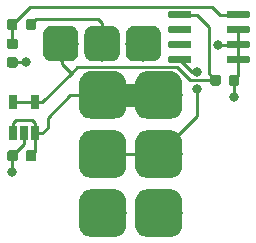
<source format=gbr>
G04 #@! TF.GenerationSoftware,KiCad,Pcbnew,5.1.4*
G04 #@! TF.CreationDate,2020-01-07T12:57:50-05:00*
G04 #@! TF.ProjectId,siot-node-current-clamp,73696f74-2d6e-46f6-9465-2d6375727265,rev?*
G04 #@! TF.SameCoordinates,Original*
G04 #@! TF.FileFunction,Copper,L1,Top*
G04 #@! TF.FilePolarity,Positive*
%FSLAX46Y46*%
G04 Gerber Fmt 4.6, Leading zero omitted, Abs format (unit mm)*
G04 Created by KiCad (PCBNEW 5.1.4) date 2020-01-07 12:57:50*
%MOMM*%
%LPD*%
G04 APERTURE LIST*
%ADD10C,0.100000*%
%ADD11C,0.875000*%
%ADD12C,3.000000*%
%ADD13R,0.650000X1.220000*%
%ADD14C,4.000000*%
%ADD15C,0.600000*%
%ADD16C,0.800000*%
%ADD17C,0.250000*%
%ADD18C,1.905000*%
G04 APERTURE END LIST*
D10*
G36*
X108607691Y-55518553D02*
G01*
X108628926Y-55521703D01*
X108649750Y-55526919D01*
X108669962Y-55534151D01*
X108689368Y-55543330D01*
X108707781Y-55554366D01*
X108725024Y-55567154D01*
X108740930Y-55581570D01*
X108755346Y-55597476D01*
X108768134Y-55614719D01*
X108779170Y-55633132D01*
X108788349Y-55652538D01*
X108795581Y-55672750D01*
X108800797Y-55693574D01*
X108803947Y-55714809D01*
X108805000Y-55736250D01*
X108805000Y-56173750D01*
X108803947Y-56195191D01*
X108800797Y-56216426D01*
X108795581Y-56237250D01*
X108788349Y-56257462D01*
X108779170Y-56276868D01*
X108768134Y-56295281D01*
X108755346Y-56312524D01*
X108740930Y-56328430D01*
X108725024Y-56342846D01*
X108707781Y-56355634D01*
X108689368Y-56366670D01*
X108669962Y-56375849D01*
X108649750Y-56383081D01*
X108628926Y-56388297D01*
X108607691Y-56391447D01*
X108586250Y-56392500D01*
X108073750Y-56392500D01*
X108052309Y-56391447D01*
X108031074Y-56388297D01*
X108010250Y-56383081D01*
X107990038Y-56375849D01*
X107970632Y-56366670D01*
X107952219Y-56355634D01*
X107934976Y-56342846D01*
X107919070Y-56328430D01*
X107904654Y-56312524D01*
X107891866Y-56295281D01*
X107880830Y-56276868D01*
X107871651Y-56257462D01*
X107864419Y-56237250D01*
X107859203Y-56216426D01*
X107856053Y-56195191D01*
X107855000Y-56173750D01*
X107855000Y-55736250D01*
X107856053Y-55714809D01*
X107859203Y-55693574D01*
X107864419Y-55672750D01*
X107871651Y-55652538D01*
X107880830Y-55633132D01*
X107891866Y-55614719D01*
X107904654Y-55597476D01*
X107919070Y-55581570D01*
X107934976Y-55567154D01*
X107952219Y-55554366D01*
X107970632Y-55543330D01*
X107990038Y-55534151D01*
X108010250Y-55526919D01*
X108031074Y-55521703D01*
X108052309Y-55518553D01*
X108073750Y-55517500D01*
X108586250Y-55517500D01*
X108607691Y-55518553D01*
X108607691Y-55518553D01*
G37*
D11*
X108330000Y-55955000D03*
D10*
G36*
X108607691Y-53943553D02*
G01*
X108628926Y-53946703D01*
X108649750Y-53951919D01*
X108669962Y-53959151D01*
X108689368Y-53968330D01*
X108707781Y-53979366D01*
X108725024Y-53992154D01*
X108740930Y-54006570D01*
X108755346Y-54022476D01*
X108768134Y-54039719D01*
X108779170Y-54058132D01*
X108788349Y-54077538D01*
X108795581Y-54097750D01*
X108800797Y-54118574D01*
X108803947Y-54139809D01*
X108805000Y-54161250D01*
X108805000Y-54598750D01*
X108803947Y-54620191D01*
X108800797Y-54641426D01*
X108795581Y-54662250D01*
X108788349Y-54682462D01*
X108779170Y-54701868D01*
X108768134Y-54720281D01*
X108755346Y-54737524D01*
X108740930Y-54753430D01*
X108725024Y-54767846D01*
X108707781Y-54780634D01*
X108689368Y-54791670D01*
X108669962Y-54800849D01*
X108649750Y-54808081D01*
X108628926Y-54813297D01*
X108607691Y-54816447D01*
X108586250Y-54817500D01*
X108073750Y-54817500D01*
X108052309Y-54816447D01*
X108031074Y-54813297D01*
X108010250Y-54808081D01*
X107990038Y-54800849D01*
X107970632Y-54791670D01*
X107952219Y-54780634D01*
X107934976Y-54767846D01*
X107919070Y-54753430D01*
X107904654Y-54737524D01*
X107891866Y-54720281D01*
X107880830Y-54701868D01*
X107871651Y-54682462D01*
X107864419Y-54662250D01*
X107859203Y-54641426D01*
X107856053Y-54620191D01*
X107855000Y-54598750D01*
X107855000Y-54161250D01*
X107856053Y-54139809D01*
X107859203Y-54118574D01*
X107864419Y-54097750D01*
X107871651Y-54077538D01*
X107880830Y-54058132D01*
X107891866Y-54039719D01*
X107904654Y-54022476D01*
X107919070Y-54006570D01*
X107934976Y-53992154D01*
X107952219Y-53979366D01*
X107970632Y-53968330D01*
X107990038Y-53959151D01*
X108010250Y-53951919D01*
X108031074Y-53946703D01*
X108052309Y-53943553D01*
X108073750Y-53942500D01*
X108586250Y-53942500D01*
X108607691Y-53943553D01*
X108607691Y-53943553D01*
G37*
D11*
X108330000Y-54380000D03*
D10*
G36*
X110145191Y-52281053D02*
G01*
X110166426Y-52284203D01*
X110187250Y-52289419D01*
X110207462Y-52296651D01*
X110226868Y-52305830D01*
X110245281Y-52316866D01*
X110262524Y-52329654D01*
X110278430Y-52344070D01*
X110292846Y-52359976D01*
X110305634Y-52377219D01*
X110316670Y-52395632D01*
X110325849Y-52415038D01*
X110333081Y-52435250D01*
X110338297Y-52456074D01*
X110341447Y-52477309D01*
X110342500Y-52498750D01*
X110342500Y-53011250D01*
X110341447Y-53032691D01*
X110338297Y-53053926D01*
X110333081Y-53074750D01*
X110325849Y-53094962D01*
X110316670Y-53114368D01*
X110305634Y-53132781D01*
X110292846Y-53150024D01*
X110278430Y-53165930D01*
X110262524Y-53180346D01*
X110245281Y-53193134D01*
X110226868Y-53204170D01*
X110207462Y-53213349D01*
X110187250Y-53220581D01*
X110166426Y-53225797D01*
X110145191Y-53228947D01*
X110123750Y-53230000D01*
X109686250Y-53230000D01*
X109664809Y-53228947D01*
X109643574Y-53225797D01*
X109622750Y-53220581D01*
X109602538Y-53213349D01*
X109583132Y-53204170D01*
X109564719Y-53193134D01*
X109547476Y-53180346D01*
X109531570Y-53165930D01*
X109517154Y-53150024D01*
X109504366Y-53132781D01*
X109493330Y-53114368D01*
X109484151Y-53094962D01*
X109476919Y-53074750D01*
X109471703Y-53053926D01*
X109468553Y-53032691D01*
X109467500Y-53011250D01*
X109467500Y-52498750D01*
X109468553Y-52477309D01*
X109471703Y-52456074D01*
X109476919Y-52435250D01*
X109484151Y-52415038D01*
X109493330Y-52395632D01*
X109504366Y-52377219D01*
X109517154Y-52359976D01*
X109531570Y-52344070D01*
X109547476Y-52329654D01*
X109564719Y-52316866D01*
X109583132Y-52305830D01*
X109602538Y-52296651D01*
X109622750Y-52289419D01*
X109643574Y-52284203D01*
X109664809Y-52281053D01*
X109686250Y-52280000D01*
X110123750Y-52280000D01*
X110145191Y-52281053D01*
X110145191Y-52281053D01*
G37*
D11*
X109905000Y-52755000D03*
D10*
G36*
X108570191Y-52281053D02*
G01*
X108591426Y-52284203D01*
X108612250Y-52289419D01*
X108632462Y-52296651D01*
X108651868Y-52305830D01*
X108670281Y-52316866D01*
X108687524Y-52329654D01*
X108703430Y-52344070D01*
X108717846Y-52359976D01*
X108730634Y-52377219D01*
X108741670Y-52395632D01*
X108750849Y-52415038D01*
X108758081Y-52435250D01*
X108763297Y-52456074D01*
X108766447Y-52477309D01*
X108767500Y-52498750D01*
X108767500Y-53011250D01*
X108766447Y-53032691D01*
X108763297Y-53053926D01*
X108758081Y-53074750D01*
X108750849Y-53094962D01*
X108741670Y-53114368D01*
X108730634Y-53132781D01*
X108717846Y-53150024D01*
X108703430Y-53165930D01*
X108687524Y-53180346D01*
X108670281Y-53193134D01*
X108651868Y-53204170D01*
X108632462Y-53213349D01*
X108612250Y-53220581D01*
X108591426Y-53225797D01*
X108570191Y-53228947D01*
X108548750Y-53230000D01*
X108111250Y-53230000D01*
X108089809Y-53228947D01*
X108068574Y-53225797D01*
X108047750Y-53220581D01*
X108027538Y-53213349D01*
X108008132Y-53204170D01*
X107989719Y-53193134D01*
X107972476Y-53180346D01*
X107956570Y-53165930D01*
X107942154Y-53150024D01*
X107929366Y-53132781D01*
X107918330Y-53114368D01*
X107909151Y-53094962D01*
X107901919Y-53074750D01*
X107896703Y-53053926D01*
X107893553Y-53032691D01*
X107892500Y-53011250D01*
X107892500Y-52498750D01*
X107893553Y-52477309D01*
X107896703Y-52456074D01*
X107901919Y-52435250D01*
X107909151Y-52415038D01*
X107918330Y-52395632D01*
X107929366Y-52377219D01*
X107942154Y-52359976D01*
X107956570Y-52344070D01*
X107972476Y-52329654D01*
X107989719Y-52316866D01*
X108008132Y-52305830D01*
X108027538Y-52296651D01*
X108047750Y-52289419D01*
X108068574Y-52284203D01*
X108089809Y-52281053D01*
X108111250Y-52280000D01*
X108548750Y-52280000D01*
X108570191Y-52281053D01*
X108570191Y-52281053D01*
G37*
D11*
X108330000Y-52755000D03*
D10*
G36*
X120253513Y-52858611D02*
G01*
X120326318Y-52869411D01*
X120397714Y-52887295D01*
X120467013Y-52912090D01*
X120533548Y-52943559D01*
X120596678Y-52981398D01*
X120655795Y-53025242D01*
X120710330Y-53074670D01*
X120759758Y-53129205D01*
X120803602Y-53188322D01*
X120841441Y-53251452D01*
X120872910Y-53317987D01*
X120897705Y-53387286D01*
X120915589Y-53458682D01*
X120926389Y-53531487D01*
X120930000Y-53605000D01*
X120930000Y-55105000D01*
X120926389Y-55178513D01*
X120915589Y-55251318D01*
X120897705Y-55322714D01*
X120872910Y-55392013D01*
X120841441Y-55458548D01*
X120803602Y-55521678D01*
X120759758Y-55580795D01*
X120710330Y-55635330D01*
X120655795Y-55684758D01*
X120596678Y-55728602D01*
X120533548Y-55766441D01*
X120467013Y-55797910D01*
X120397714Y-55822705D01*
X120326318Y-55840589D01*
X120253513Y-55851389D01*
X120180000Y-55855000D01*
X118680000Y-55855000D01*
X118606487Y-55851389D01*
X118533682Y-55840589D01*
X118462286Y-55822705D01*
X118392987Y-55797910D01*
X118326452Y-55766441D01*
X118263322Y-55728602D01*
X118204205Y-55684758D01*
X118149670Y-55635330D01*
X118100242Y-55580795D01*
X118056398Y-55521678D01*
X118018559Y-55458548D01*
X117987090Y-55392013D01*
X117962295Y-55322714D01*
X117944411Y-55251318D01*
X117933611Y-55178513D01*
X117930000Y-55105000D01*
X117930000Y-53605000D01*
X117933611Y-53531487D01*
X117944411Y-53458682D01*
X117962295Y-53387286D01*
X117987090Y-53317987D01*
X118018559Y-53251452D01*
X118056398Y-53188322D01*
X118100242Y-53129205D01*
X118149670Y-53074670D01*
X118204205Y-53025242D01*
X118263322Y-52981398D01*
X118326452Y-52943559D01*
X118392987Y-52912090D01*
X118462286Y-52887295D01*
X118533682Y-52869411D01*
X118606487Y-52858611D01*
X118680000Y-52855000D01*
X120180000Y-52855000D01*
X120253513Y-52858611D01*
X120253513Y-52858611D01*
G37*
D12*
X119430000Y-54355000D03*
D10*
G36*
X116753513Y-52858611D02*
G01*
X116826318Y-52869411D01*
X116897714Y-52887295D01*
X116967013Y-52912090D01*
X117033548Y-52943559D01*
X117096678Y-52981398D01*
X117155795Y-53025242D01*
X117210330Y-53074670D01*
X117259758Y-53129205D01*
X117303602Y-53188322D01*
X117341441Y-53251452D01*
X117372910Y-53317987D01*
X117397705Y-53387286D01*
X117415589Y-53458682D01*
X117426389Y-53531487D01*
X117430000Y-53605000D01*
X117430000Y-55105000D01*
X117426389Y-55178513D01*
X117415589Y-55251318D01*
X117397705Y-55322714D01*
X117372910Y-55392013D01*
X117341441Y-55458548D01*
X117303602Y-55521678D01*
X117259758Y-55580795D01*
X117210330Y-55635330D01*
X117155795Y-55684758D01*
X117096678Y-55728602D01*
X117033548Y-55766441D01*
X116967013Y-55797910D01*
X116897714Y-55822705D01*
X116826318Y-55840589D01*
X116753513Y-55851389D01*
X116680000Y-55855000D01*
X115180000Y-55855000D01*
X115106487Y-55851389D01*
X115033682Y-55840589D01*
X114962286Y-55822705D01*
X114892987Y-55797910D01*
X114826452Y-55766441D01*
X114763322Y-55728602D01*
X114704205Y-55684758D01*
X114649670Y-55635330D01*
X114600242Y-55580795D01*
X114556398Y-55521678D01*
X114518559Y-55458548D01*
X114487090Y-55392013D01*
X114462295Y-55322714D01*
X114444411Y-55251318D01*
X114433611Y-55178513D01*
X114430000Y-55105000D01*
X114430000Y-53605000D01*
X114433611Y-53531487D01*
X114444411Y-53458682D01*
X114462295Y-53387286D01*
X114487090Y-53317987D01*
X114518559Y-53251452D01*
X114556398Y-53188322D01*
X114600242Y-53129205D01*
X114649670Y-53074670D01*
X114704205Y-53025242D01*
X114763322Y-52981398D01*
X114826452Y-52943559D01*
X114892987Y-52912090D01*
X114962286Y-52887295D01*
X115033682Y-52869411D01*
X115106487Y-52858611D01*
X115180000Y-52855000D01*
X116680000Y-52855000D01*
X116753513Y-52858611D01*
X116753513Y-52858611D01*
G37*
D12*
X115930000Y-54355000D03*
D10*
G36*
X113253513Y-52858611D02*
G01*
X113326318Y-52869411D01*
X113397714Y-52887295D01*
X113467013Y-52912090D01*
X113533548Y-52943559D01*
X113596678Y-52981398D01*
X113655795Y-53025242D01*
X113710330Y-53074670D01*
X113759758Y-53129205D01*
X113803602Y-53188322D01*
X113841441Y-53251452D01*
X113872910Y-53317987D01*
X113897705Y-53387286D01*
X113915589Y-53458682D01*
X113926389Y-53531487D01*
X113930000Y-53605000D01*
X113930000Y-55105000D01*
X113926389Y-55178513D01*
X113915589Y-55251318D01*
X113897705Y-55322714D01*
X113872910Y-55392013D01*
X113841441Y-55458548D01*
X113803602Y-55521678D01*
X113759758Y-55580795D01*
X113710330Y-55635330D01*
X113655795Y-55684758D01*
X113596678Y-55728602D01*
X113533548Y-55766441D01*
X113467013Y-55797910D01*
X113397714Y-55822705D01*
X113326318Y-55840589D01*
X113253513Y-55851389D01*
X113180000Y-55855000D01*
X111680000Y-55855000D01*
X111606487Y-55851389D01*
X111533682Y-55840589D01*
X111462286Y-55822705D01*
X111392987Y-55797910D01*
X111326452Y-55766441D01*
X111263322Y-55728602D01*
X111204205Y-55684758D01*
X111149670Y-55635330D01*
X111100242Y-55580795D01*
X111056398Y-55521678D01*
X111018559Y-55458548D01*
X110987090Y-55392013D01*
X110962295Y-55322714D01*
X110944411Y-55251318D01*
X110933611Y-55178513D01*
X110930000Y-55105000D01*
X110930000Y-53605000D01*
X110933611Y-53531487D01*
X110944411Y-53458682D01*
X110962295Y-53387286D01*
X110987090Y-53317987D01*
X111018559Y-53251452D01*
X111056398Y-53188322D01*
X111100242Y-53129205D01*
X111149670Y-53074670D01*
X111204205Y-53025242D01*
X111263322Y-52981398D01*
X111326452Y-52943559D01*
X111392987Y-52912090D01*
X111462286Y-52887295D01*
X111533682Y-52869411D01*
X111606487Y-52858611D01*
X111680000Y-52855000D01*
X113180000Y-52855000D01*
X113253513Y-52858611D01*
X113253513Y-52858611D01*
G37*
D12*
X112430000Y-54355000D03*
D13*
X108380000Y-59345000D03*
X110280000Y-59345000D03*
X110280000Y-61965000D03*
X109330000Y-61965000D03*
X108380000Y-61965000D03*
D10*
G36*
X121828017Y-66709815D02*
G01*
X121925090Y-66724215D01*
X122020285Y-66748060D01*
X122112683Y-66781120D01*
X122201397Y-66823079D01*
X122285570Y-66873530D01*
X122364393Y-66931990D01*
X122437107Y-66997893D01*
X122503010Y-67070607D01*
X122561470Y-67149430D01*
X122611921Y-67233603D01*
X122653880Y-67322317D01*
X122686940Y-67414715D01*
X122710785Y-67509910D01*
X122725185Y-67606983D01*
X122730000Y-67705000D01*
X122730000Y-69705000D01*
X122725185Y-69803017D01*
X122710785Y-69900090D01*
X122686940Y-69995285D01*
X122653880Y-70087683D01*
X122611921Y-70176397D01*
X122561470Y-70260570D01*
X122503010Y-70339393D01*
X122437107Y-70412107D01*
X122364393Y-70478010D01*
X122285570Y-70536470D01*
X122201397Y-70586921D01*
X122112683Y-70628880D01*
X122020285Y-70661940D01*
X121925090Y-70685785D01*
X121828017Y-70700185D01*
X121730000Y-70705000D01*
X119730000Y-70705000D01*
X119631983Y-70700185D01*
X119534910Y-70685785D01*
X119439715Y-70661940D01*
X119347317Y-70628880D01*
X119258603Y-70586921D01*
X119174430Y-70536470D01*
X119095607Y-70478010D01*
X119022893Y-70412107D01*
X118956990Y-70339393D01*
X118898530Y-70260570D01*
X118848079Y-70176397D01*
X118806120Y-70087683D01*
X118773060Y-69995285D01*
X118749215Y-69900090D01*
X118734815Y-69803017D01*
X118730000Y-69705000D01*
X118730000Y-67705000D01*
X118734815Y-67606983D01*
X118749215Y-67509910D01*
X118773060Y-67414715D01*
X118806120Y-67322317D01*
X118848079Y-67233603D01*
X118898530Y-67149430D01*
X118956990Y-67070607D01*
X119022893Y-66997893D01*
X119095607Y-66931990D01*
X119174430Y-66873530D01*
X119258603Y-66823079D01*
X119347317Y-66781120D01*
X119439715Y-66748060D01*
X119534910Y-66724215D01*
X119631983Y-66709815D01*
X119730000Y-66705000D01*
X121730000Y-66705000D01*
X121828017Y-66709815D01*
X121828017Y-66709815D01*
G37*
D14*
X120730000Y-68705000D03*
D10*
G36*
X121828017Y-61709815D02*
G01*
X121925090Y-61724215D01*
X122020285Y-61748060D01*
X122112683Y-61781120D01*
X122201397Y-61823079D01*
X122285570Y-61873530D01*
X122364393Y-61931990D01*
X122437107Y-61997893D01*
X122503010Y-62070607D01*
X122561470Y-62149430D01*
X122611921Y-62233603D01*
X122653880Y-62322317D01*
X122686940Y-62414715D01*
X122710785Y-62509910D01*
X122725185Y-62606983D01*
X122730000Y-62705000D01*
X122730000Y-64705000D01*
X122725185Y-64803017D01*
X122710785Y-64900090D01*
X122686940Y-64995285D01*
X122653880Y-65087683D01*
X122611921Y-65176397D01*
X122561470Y-65260570D01*
X122503010Y-65339393D01*
X122437107Y-65412107D01*
X122364393Y-65478010D01*
X122285570Y-65536470D01*
X122201397Y-65586921D01*
X122112683Y-65628880D01*
X122020285Y-65661940D01*
X121925090Y-65685785D01*
X121828017Y-65700185D01*
X121730000Y-65705000D01*
X119730000Y-65705000D01*
X119631983Y-65700185D01*
X119534910Y-65685785D01*
X119439715Y-65661940D01*
X119347317Y-65628880D01*
X119258603Y-65586921D01*
X119174430Y-65536470D01*
X119095607Y-65478010D01*
X119022893Y-65412107D01*
X118956990Y-65339393D01*
X118898530Y-65260570D01*
X118848079Y-65176397D01*
X118806120Y-65087683D01*
X118773060Y-64995285D01*
X118749215Y-64900090D01*
X118734815Y-64803017D01*
X118730000Y-64705000D01*
X118730000Y-62705000D01*
X118734815Y-62606983D01*
X118749215Y-62509910D01*
X118773060Y-62414715D01*
X118806120Y-62322317D01*
X118848079Y-62233603D01*
X118898530Y-62149430D01*
X118956990Y-62070607D01*
X119022893Y-61997893D01*
X119095607Y-61931990D01*
X119174430Y-61873530D01*
X119258603Y-61823079D01*
X119347317Y-61781120D01*
X119439715Y-61748060D01*
X119534910Y-61724215D01*
X119631983Y-61709815D01*
X119730000Y-61705000D01*
X121730000Y-61705000D01*
X121828017Y-61709815D01*
X121828017Y-61709815D01*
G37*
D14*
X120730000Y-63705000D03*
D10*
G36*
X121828017Y-56709815D02*
G01*
X121925090Y-56724215D01*
X122020285Y-56748060D01*
X122112683Y-56781120D01*
X122201397Y-56823079D01*
X122285570Y-56873530D01*
X122364393Y-56931990D01*
X122437107Y-56997893D01*
X122503010Y-57070607D01*
X122561470Y-57149430D01*
X122611921Y-57233603D01*
X122653880Y-57322317D01*
X122686940Y-57414715D01*
X122710785Y-57509910D01*
X122725185Y-57606983D01*
X122730000Y-57705000D01*
X122730000Y-59705000D01*
X122725185Y-59803017D01*
X122710785Y-59900090D01*
X122686940Y-59995285D01*
X122653880Y-60087683D01*
X122611921Y-60176397D01*
X122561470Y-60260570D01*
X122503010Y-60339393D01*
X122437107Y-60412107D01*
X122364393Y-60478010D01*
X122285570Y-60536470D01*
X122201397Y-60586921D01*
X122112683Y-60628880D01*
X122020285Y-60661940D01*
X121925090Y-60685785D01*
X121828017Y-60700185D01*
X121730000Y-60705000D01*
X119730000Y-60705000D01*
X119631983Y-60700185D01*
X119534910Y-60685785D01*
X119439715Y-60661940D01*
X119347317Y-60628880D01*
X119258603Y-60586921D01*
X119174430Y-60536470D01*
X119095607Y-60478010D01*
X119022893Y-60412107D01*
X118956990Y-60339393D01*
X118898530Y-60260570D01*
X118848079Y-60176397D01*
X118806120Y-60087683D01*
X118773060Y-59995285D01*
X118749215Y-59900090D01*
X118734815Y-59803017D01*
X118730000Y-59705000D01*
X118730000Y-57705000D01*
X118734815Y-57606983D01*
X118749215Y-57509910D01*
X118773060Y-57414715D01*
X118806120Y-57322317D01*
X118848079Y-57233603D01*
X118898530Y-57149430D01*
X118956990Y-57070607D01*
X119022893Y-56997893D01*
X119095607Y-56931990D01*
X119174430Y-56873530D01*
X119258603Y-56823079D01*
X119347317Y-56781120D01*
X119439715Y-56748060D01*
X119534910Y-56724215D01*
X119631983Y-56709815D01*
X119730000Y-56705000D01*
X121730000Y-56705000D01*
X121828017Y-56709815D01*
X121828017Y-56709815D01*
G37*
D14*
X120730000Y-58705000D03*
D10*
G36*
X117078017Y-66709815D02*
G01*
X117175090Y-66724215D01*
X117270285Y-66748060D01*
X117362683Y-66781120D01*
X117451397Y-66823079D01*
X117535570Y-66873530D01*
X117614393Y-66931990D01*
X117687107Y-66997893D01*
X117753010Y-67070607D01*
X117811470Y-67149430D01*
X117861921Y-67233603D01*
X117903880Y-67322317D01*
X117936940Y-67414715D01*
X117960785Y-67509910D01*
X117975185Y-67606983D01*
X117980000Y-67705000D01*
X117980000Y-69705000D01*
X117975185Y-69803017D01*
X117960785Y-69900090D01*
X117936940Y-69995285D01*
X117903880Y-70087683D01*
X117861921Y-70176397D01*
X117811470Y-70260570D01*
X117753010Y-70339393D01*
X117687107Y-70412107D01*
X117614393Y-70478010D01*
X117535570Y-70536470D01*
X117451397Y-70586921D01*
X117362683Y-70628880D01*
X117270285Y-70661940D01*
X117175090Y-70685785D01*
X117078017Y-70700185D01*
X116980000Y-70705000D01*
X114980000Y-70705000D01*
X114881983Y-70700185D01*
X114784910Y-70685785D01*
X114689715Y-70661940D01*
X114597317Y-70628880D01*
X114508603Y-70586921D01*
X114424430Y-70536470D01*
X114345607Y-70478010D01*
X114272893Y-70412107D01*
X114206990Y-70339393D01*
X114148530Y-70260570D01*
X114098079Y-70176397D01*
X114056120Y-70087683D01*
X114023060Y-69995285D01*
X113999215Y-69900090D01*
X113984815Y-69803017D01*
X113980000Y-69705000D01*
X113980000Y-67705000D01*
X113984815Y-67606983D01*
X113999215Y-67509910D01*
X114023060Y-67414715D01*
X114056120Y-67322317D01*
X114098079Y-67233603D01*
X114148530Y-67149430D01*
X114206990Y-67070607D01*
X114272893Y-66997893D01*
X114345607Y-66931990D01*
X114424430Y-66873530D01*
X114508603Y-66823079D01*
X114597317Y-66781120D01*
X114689715Y-66748060D01*
X114784910Y-66724215D01*
X114881983Y-66709815D01*
X114980000Y-66705000D01*
X116980000Y-66705000D01*
X117078017Y-66709815D01*
X117078017Y-66709815D01*
G37*
D14*
X115980000Y-68705000D03*
D10*
G36*
X117078017Y-61709815D02*
G01*
X117175090Y-61724215D01*
X117270285Y-61748060D01*
X117362683Y-61781120D01*
X117451397Y-61823079D01*
X117535570Y-61873530D01*
X117614393Y-61931990D01*
X117687107Y-61997893D01*
X117753010Y-62070607D01*
X117811470Y-62149430D01*
X117861921Y-62233603D01*
X117903880Y-62322317D01*
X117936940Y-62414715D01*
X117960785Y-62509910D01*
X117975185Y-62606983D01*
X117980000Y-62705000D01*
X117980000Y-64705000D01*
X117975185Y-64803017D01*
X117960785Y-64900090D01*
X117936940Y-64995285D01*
X117903880Y-65087683D01*
X117861921Y-65176397D01*
X117811470Y-65260570D01*
X117753010Y-65339393D01*
X117687107Y-65412107D01*
X117614393Y-65478010D01*
X117535570Y-65536470D01*
X117451397Y-65586921D01*
X117362683Y-65628880D01*
X117270285Y-65661940D01*
X117175090Y-65685785D01*
X117078017Y-65700185D01*
X116980000Y-65705000D01*
X114980000Y-65705000D01*
X114881983Y-65700185D01*
X114784910Y-65685785D01*
X114689715Y-65661940D01*
X114597317Y-65628880D01*
X114508603Y-65586921D01*
X114424430Y-65536470D01*
X114345607Y-65478010D01*
X114272893Y-65412107D01*
X114206990Y-65339393D01*
X114148530Y-65260570D01*
X114098079Y-65176397D01*
X114056120Y-65087683D01*
X114023060Y-64995285D01*
X113999215Y-64900090D01*
X113984815Y-64803017D01*
X113980000Y-64705000D01*
X113980000Y-62705000D01*
X113984815Y-62606983D01*
X113999215Y-62509910D01*
X114023060Y-62414715D01*
X114056120Y-62322317D01*
X114098079Y-62233603D01*
X114148530Y-62149430D01*
X114206990Y-62070607D01*
X114272893Y-61997893D01*
X114345607Y-61931990D01*
X114424430Y-61873530D01*
X114508603Y-61823079D01*
X114597317Y-61781120D01*
X114689715Y-61748060D01*
X114784910Y-61724215D01*
X114881983Y-61709815D01*
X114980000Y-61705000D01*
X116980000Y-61705000D01*
X117078017Y-61709815D01*
X117078017Y-61709815D01*
G37*
D14*
X115980000Y-63705000D03*
D10*
G36*
X117078017Y-56709815D02*
G01*
X117175090Y-56724215D01*
X117270285Y-56748060D01*
X117362683Y-56781120D01*
X117451397Y-56823079D01*
X117535570Y-56873530D01*
X117614393Y-56931990D01*
X117687107Y-56997893D01*
X117753010Y-57070607D01*
X117811470Y-57149430D01*
X117861921Y-57233603D01*
X117903880Y-57322317D01*
X117936940Y-57414715D01*
X117960785Y-57509910D01*
X117975185Y-57606983D01*
X117980000Y-57705000D01*
X117980000Y-59705000D01*
X117975185Y-59803017D01*
X117960785Y-59900090D01*
X117936940Y-59995285D01*
X117903880Y-60087683D01*
X117861921Y-60176397D01*
X117811470Y-60260570D01*
X117753010Y-60339393D01*
X117687107Y-60412107D01*
X117614393Y-60478010D01*
X117535570Y-60536470D01*
X117451397Y-60586921D01*
X117362683Y-60628880D01*
X117270285Y-60661940D01*
X117175090Y-60685785D01*
X117078017Y-60700185D01*
X116980000Y-60705000D01*
X114980000Y-60705000D01*
X114881983Y-60700185D01*
X114784910Y-60685785D01*
X114689715Y-60661940D01*
X114597317Y-60628880D01*
X114508603Y-60586921D01*
X114424430Y-60536470D01*
X114345607Y-60478010D01*
X114272893Y-60412107D01*
X114206990Y-60339393D01*
X114148530Y-60260570D01*
X114098079Y-60176397D01*
X114056120Y-60087683D01*
X114023060Y-59995285D01*
X113999215Y-59900090D01*
X113984815Y-59803017D01*
X113980000Y-59705000D01*
X113980000Y-57705000D01*
X113984815Y-57606983D01*
X113999215Y-57509910D01*
X114023060Y-57414715D01*
X114056120Y-57322317D01*
X114098079Y-57233603D01*
X114148530Y-57149430D01*
X114206990Y-57070607D01*
X114272893Y-56997893D01*
X114345607Y-56931990D01*
X114424430Y-56873530D01*
X114508603Y-56823079D01*
X114597317Y-56781120D01*
X114689715Y-56748060D01*
X114784910Y-56724215D01*
X114881983Y-56709815D01*
X114980000Y-56705000D01*
X116980000Y-56705000D01*
X117078017Y-56709815D01*
X117078017Y-56709815D01*
G37*
D14*
X115980000Y-58705000D03*
D10*
G36*
X123344703Y-55410722D02*
G01*
X123359264Y-55412882D01*
X123373543Y-55416459D01*
X123387403Y-55421418D01*
X123400710Y-55427712D01*
X123413336Y-55435280D01*
X123425159Y-55444048D01*
X123436066Y-55453934D01*
X123445952Y-55464841D01*
X123454720Y-55476664D01*
X123462288Y-55489290D01*
X123468582Y-55502597D01*
X123473541Y-55516457D01*
X123477118Y-55530736D01*
X123479278Y-55545297D01*
X123480000Y-55560000D01*
X123480000Y-55860000D01*
X123479278Y-55874703D01*
X123477118Y-55889264D01*
X123473541Y-55903543D01*
X123468582Y-55917403D01*
X123462288Y-55930710D01*
X123454720Y-55943336D01*
X123445952Y-55955159D01*
X123436066Y-55966066D01*
X123425159Y-55975952D01*
X123413336Y-55984720D01*
X123400710Y-55992288D01*
X123387403Y-55998582D01*
X123373543Y-56003541D01*
X123359264Y-56007118D01*
X123344703Y-56009278D01*
X123330000Y-56010000D01*
X121680000Y-56010000D01*
X121665297Y-56009278D01*
X121650736Y-56007118D01*
X121636457Y-56003541D01*
X121622597Y-55998582D01*
X121609290Y-55992288D01*
X121596664Y-55984720D01*
X121584841Y-55975952D01*
X121573934Y-55966066D01*
X121564048Y-55955159D01*
X121555280Y-55943336D01*
X121547712Y-55930710D01*
X121541418Y-55917403D01*
X121536459Y-55903543D01*
X121532882Y-55889264D01*
X121530722Y-55874703D01*
X121530000Y-55860000D01*
X121530000Y-55560000D01*
X121530722Y-55545297D01*
X121532882Y-55530736D01*
X121536459Y-55516457D01*
X121541418Y-55502597D01*
X121547712Y-55489290D01*
X121555280Y-55476664D01*
X121564048Y-55464841D01*
X121573934Y-55453934D01*
X121584841Y-55444048D01*
X121596664Y-55435280D01*
X121609290Y-55427712D01*
X121622597Y-55421418D01*
X121636457Y-55416459D01*
X121650736Y-55412882D01*
X121665297Y-55410722D01*
X121680000Y-55410000D01*
X123330000Y-55410000D01*
X123344703Y-55410722D01*
X123344703Y-55410722D01*
G37*
D15*
X122505000Y-55710000D03*
D10*
G36*
X123344703Y-54140722D02*
G01*
X123359264Y-54142882D01*
X123373543Y-54146459D01*
X123387403Y-54151418D01*
X123400710Y-54157712D01*
X123413336Y-54165280D01*
X123425159Y-54174048D01*
X123436066Y-54183934D01*
X123445952Y-54194841D01*
X123454720Y-54206664D01*
X123462288Y-54219290D01*
X123468582Y-54232597D01*
X123473541Y-54246457D01*
X123477118Y-54260736D01*
X123479278Y-54275297D01*
X123480000Y-54290000D01*
X123480000Y-54590000D01*
X123479278Y-54604703D01*
X123477118Y-54619264D01*
X123473541Y-54633543D01*
X123468582Y-54647403D01*
X123462288Y-54660710D01*
X123454720Y-54673336D01*
X123445952Y-54685159D01*
X123436066Y-54696066D01*
X123425159Y-54705952D01*
X123413336Y-54714720D01*
X123400710Y-54722288D01*
X123387403Y-54728582D01*
X123373543Y-54733541D01*
X123359264Y-54737118D01*
X123344703Y-54739278D01*
X123330000Y-54740000D01*
X121680000Y-54740000D01*
X121665297Y-54739278D01*
X121650736Y-54737118D01*
X121636457Y-54733541D01*
X121622597Y-54728582D01*
X121609290Y-54722288D01*
X121596664Y-54714720D01*
X121584841Y-54705952D01*
X121573934Y-54696066D01*
X121564048Y-54685159D01*
X121555280Y-54673336D01*
X121547712Y-54660710D01*
X121541418Y-54647403D01*
X121536459Y-54633543D01*
X121532882Y-54619264D01*
X121530722Y-54604703D01*
X121530000Y-54590000D01*
X121530000Y-54290000D01*
X121530722Y-54275297D01*
X121532882Y-54260736D01*
X121536459Y-54246457D01*
X121541418Y-54232597D01*
X121547712Y-54219290D01*
X121555280Y-54206664D01*
X121564048Y-54194841D01*
X121573934Y-54183934D01*
X121584841Y-54174048D01*
X121596664Y-54165280D01*
X121609290Y-54157712D01*
X121622597Y-54151418D01*
X121636457Y-54146459D01*
X121650736Y-54142882D01*
X121665297Y-54140722D01*
X121680000Y-54140000D01*
X123330000Y-54140000D01*
X123344703Y-54140722D01*
X123344703Y-54140722D01*
G37*
D15*
X122505000Y-54440000D03*
D10*
G36*
X123344703Y-52870722D02*
G01*
X123359264Y-52872882D01*
X123373543Y-52876459D01*
X123387403Y-52881418D01*
X123400710Y-52887712D01*
X123413336Y-52895280D01*
X123425159Y-52904048D01*
X123436066Y-52913934D01*
X123445952Y-52924841D01*
X123454720Y-52936664D01*
X123462288Y-52949290D01*
X123468582Y-52962597D01*
X123473541Y-52976457D01*
X123477118Y-52990736D01*
X123479278Y-53005297D01*
X123480000Y-53020000D01*
X123480000Y-53320000D01*
X123479278Y-53334703D01*
X123477118Y-53349264D01*
X123473541Y-53363543D01*
X123468582Y-53377403D01*
X123462288Y-53390710D01*
X123454720Y-53403336D01*
X123445952Y-53415159D01*
X123436066Y-53426066D01*
X123425159Y-53435952D01*
X123413336Y-53444720D01*
X123400710Y-53452288D01*
X123387403Y-53458582D01*
X123373543Y-53463541D01*
X123359264Y-53467118D01*
X123344703Y-53469278D01*
X123330000Y-53470000D01*
X121680000Y-53470000D01*
X121665297Y-53469278D01*
X121650736Y-53467118D01*
X121636457Y-53463541D01*
X121622597Y-53458582D01*
X121609290Y-53452288D01*
X121596664Y-53444720D01*
X121584841Y-53435952D01*
X121573934Y-53426066D01*
X121564048Y-53415159D01*
X121555280Y-53403336D01*
X121547712Y-53390710D01*
X121541418Y-53377403D01*
X121536459Y-53363543D01*
X121532882Y-53349264D01*
X121530722Y-53334703D01*
X121530000Y-53320000D01*
X121530000Y-53020000D01*
X121530722Y-53005297D01*
X121532882Y-52990736D01*
X121536459Y-52976457D01*
X121541418Y-52962597D01*
X121547712Y-52949290D01*
X121555280Y-52936664D01*
X121564048Y-52924841D01*
X121573934Y-52913934D01*
X121584841Y-52904048D01*
X121596664Y-52895280D01*
X121609290Y-52887712D01*
X121622597Y-52881418D01*
X121636457Y-52876459D01*
X121650736Y-52872882D01*
X121665297Y-52870722D01*
X121680000Y-52870000D01*
X123330000Y-52870000D01*
X123344703Y-52870722D01*
X123344703Y-52870722D01*
G37*
D15*
X122505000Y-53170000D03*
D10*
G36*
X123344703Y-51600722D02*
G01*
X123359264Y-51602882D01*
X123373543Y-51606459D01*
X123387403Y-51611418D01*
X123400710Y-51617712D01*
X123413336Y-51625280D01*
X123425159Y-51634048D01*
X123436066Y-51643934D01*
X123445952Y-51654841D01*
X123454720Y-51666664D01*
X123462288Y-51679290D01*
X123468582Y-51692597D01*
X123473541Y-51706457D01*
X123477118Y-51720736D01*
X123479278Y-51735297D01*
X123480000Y-51750000D01*
X123480000Y-52050000D01*
X123479278Y-52064703D01*
X123477118Y-52079264D01*
X123473541Y-52093543D01*
X123468582Y-52107403D01*
X123462288Y-52120710D01*
X123454720Y-52133336D01*
X123445952Y-52145159D01*
X123436066Y-52156066D01*
X123425159Y-52165952D01*
X123413336Y-52174720D01*
X123400710Y-52182288D01*
X123387403Y-52188582D01*
X123373543Y-52193541D01*
X123359264Y-52197118D01*
X123344703Y-52199278D01*
X123330000Y-52200000D01*
X121680000Y-52200000D01*
X121665297Y-52199278D01*
X121650736Y-52197118D01*
X121636457Y-52193541D01*
X121622597Y-52188582D01*
X121609290Y-52182288D01*
X121596664Y-52174720D01*
X121584841Y-52165952D01*
X121573934Y-52156066D01*
X121564048Y-52145159D01*
X121555280Y-52133336D01*
X121547712Y-52120710D01*
X121541418Y-52107403D01*
X121536459Y-52093543D01*
X121532882Y-52079264D01*
X121530722Y-52064703D01*
X121530000Y-52050000D01*
X121530000Y-51750000D01*
X121530722Y-51735297D01*
X121532882Y-51720736D01*
X121536459Y-51706457D01*
X121541418Y-51692597D01*
X121547712Y-51679290D01*
X121555280Y-51666664D01*
X121564048Y-51654841D01*
X121573934Y-51643934D01*
X121584841Y-51634048D01*
X121596664Y-51625280D01*
X121609290Y-51617712D01*
X121622597Y-51611418D01*
X121636457Y-51606459D01*
X121650736Y-51602882D01*
X121665297Y-51600722D01*
X121680000Y-51600000D01*
X123330000Y-51600000D01*
X123344703Y-51600722D01*
X123344703Y-51600722D01*
G37*
D15*
X122505000Y-51900000D03*
D10*
G36*
X128294703Y-51600722D02*
G01*
X128309264Y-51602882D01*
X128323543Y-51606459D01*
X128337403Y-51611418D01*
X128350710Y-51617712D01*
X128363336Y-51625280D01*
X128375159Y-51634048D01*
X128386066Y-51643934D01*
X128395952Y-51654841D01*
X128404720Y-51666664D01*
X128412288Y-51679290D01*
X128418582Y-51692597D01*
X128423541Y-51706457D01*
X128427118Y-51720736D01*
X128429278Y-51735297D01*
X128430000Y-51750000D01*
X128430000Y-52050000D01*
X128429278Y-52064703D01*
X128427118Y-52079264D01*
X128423541Y-52093543D01*
X128418582Y-52107403D01*
X128412288Y-52120710D01*
X128404720Y-52133336D01*
X128395952Y-52145159D01*
X128386066Y-52156066D01*
X128375159Y-52165952D01*
X128363336Y-52174720D01*
X128350710Y-52182288D01*
X128337403Y-52188582D01*
X128323543Y-52193541D01*
X128309264Y-52197118D01*
X128294703Y-52199278D01*
X128280000Y-52200000D01*
X126630000Y-52200000D01*
X126615297Y-52199278D01*
X126600736Y-52197118D01*
X126586457Y-52193541D01*
X126572597Y-52188582D01*
X126559290Y-52182288D01*
X126546664Y-52174720D01*
X126534841Y-52165952D01*
X126523934Y-52156066D01*
X126514048Y-52145159D01*
X126505280Y-52133336D01*
X126497712Y-52120710D01*
X126491418Y-52107403D01*
X126486459Y-52093543D01*
X126482882Y-52079264D01*
X126480722Y-52064703D01*
X126480000Y-52050000D01*
X126480000Y-51750000D01*
X126480722Y-51735297D01*
X126482882Y-51720736D01*
X126486459Y-51706457D01*
X126491418Y-51692597D01*
X126497712Y-51679290D01*
X126505280Y-51666664D01*
X126514048Y-51654841D01*
X126523934Y-51643934D01*
X126534841Y-51634048D01*
X126546664Y-51625280D01*
X126559290Y-51617712D01*
X126572597Y-51611418D01*
X126586457Y-51606459D01*
X126600736Y-51602882D01*
X126615297Y-51600722D01*
X126630000Y-51600000D01*
X128280000Y-51600000D01*
X128294703Y-51600722D01*
X128294703Y-51600722D01*
G37*
D15*
X127455000Y-51900000D03*
D10*
G36*
X128294703Y-52870722D02*
G01*
X128309264Y-52872882D01*
X128323543Y-52876459D01*
X128337403Y-52881418D01*
X128350710Y-52887712D01*
X128363336Y-52895280D01*
X128375159Y-52904048D01*
X128386066Y-52913934D01*
X128395952Y-52924841D01*
X128404720Y-52936664D01*
X128412288Y-52949290D01*
X128418582Y-52962597D01*
X128423541Y-52976457D01*
X128427118Y-52990736D01*
X128429278Y-53005297D01*
X128430000Y-53020000D01*
X128430000Y-53320000D01*
X128429278Y-53334703D01*
X128427118Y-53349264D01*
X128423541Y-53363543D01*
X128418582Y-53377403D01*
X128412288Y-53390710D01*
X128404720Y-53403336D01*
X128395952Y-53415159D01*
X128386066Y-53426066D01*
X128375159Y-53435952D01*
X128363336Y-53444720D01*
X128350710Y-53452288D01*
X128337403Y-53458582D01*
X128323543Y-53463541D01*
X128309264Y-53467118D01*
X128294703Y-53469278D01*
X128280000Y-53470000D01*
X126630000Y-53470000D01*
X126615297Y-53469278D01*
X126600736Y-53467118D01*
X126586457Y-53463541D01*
X126572597Y-53458582D01*
X126559290Y-53452288D01*
X126546664Y-53444720D01*
X126534841Y-53435952D01*
X126523934Y-53426066D01*
X126514048Y-53415159D01*
X126505280Y-53403336D01*
X126497712Y-53390710D01*
X126491418Y-53377403D01*
X126486459Y-53363543D01*
X126482882Y-53349264D01*
X126480722Y-53334703D01*
X126480000Y-53320000D01*
X126480000Y-53020000D01*
X126480722Y-53005297D01*
X126482882Y-52990736D01*
X126486459Y-52976457D01*
X126491418Y-52962597D01*
X126497712Y-52949290D01*
X126505280Y-52936664D01*
X126514048Y-52924841D01*
X126523934Y-52913934D01*
X126534841Y-52904048D01*
X126546664Y-52895280D01*
X126559290Y-52887712D01*
X126572597Y-52881418D01*
X126586457Y-52876459D01*
X126600736Y-52872882D01*
X126615297Y-52870722D01*
X126630000Y-52870000D01*
X128280000Y-52870000D01*
X128294703Y-52870722D01*
X128294703Y-52870722D01*
G37*
D15*
X127455000Y-53170000D03*
D10*
G36*
X128294703Y-54140722D02*
G01*
X128309264Y-54142882D01*
X128323543Y-54146459D01*
X128337403Y-54151418D01*
X128350710Y-54157712D01*
X128363336Y-54165280D01*
X128375159Y-54174048D01*
X128386066Y-54183934D01*
X128395952Y-54194841D01*
X128404720Y-54206664D01*
X128412288Y-54219290D01*
X128418582Y-54232597D01*
X128423541Y-54246457D01*
X128427118Y-54260736D01*
X128429278Y-54275297D01*
X128430000Y-54290000D01*
X128430000Y-54590000D01*
X128429278Y-54604703D01*
X128427118Y-54619264D01*
X128423541Y-54633543D01*
X128418582Y-54647403D01*
X128412288Y-54660710D01*
X128404720Y-54673336D01*
X128395952Y-54685159D01*
X128386066Y-54696066D01*
X128375159Y-54705952D01*
X128363336Y-54714720D01*
X128350710Y-54722288D01*
X128337403Y-54728582D01*
X128323543Y-54733541D01*
X128309264Y-54737118D01*
X128294703Y-54739278D01*
X128280000Y-54740000D01*
X126630000Y-54740000D01*
X126615297Y-54739278D01*
X126600736Y-54737118D01*
X126586457Y-54733541D01*
X126572597Y-54728582D01*
X126559290Y-54722288D01*
X126546664Y-54714720D01*
X126534841Y-54705952D01*
X126523934Y-54696066D01*
X126514048Y-54685159D01*
X126505280Y-54673336D01*
X126497712Y-54660710D01*
X126491418Y-54647403D01*
X126486459Y-54633543D01*
X126482882Y-54619264D01*
X126480722Y-54604703D01*
X126480000Y-54590000D01*
X126480000Y-54290000D01*
X126480722Y-54275297D01*
X126482882Y-54260736D01*
X126486459Y-54246457D01*
X126491418Y-54232597D01*
X126497712Y-54219290D01*
X126505280Y-54206664D01*
X126514048Y-54194841D01*
X126523934Y-54183934D01*
X126534841Y-54174048D01*
X126546664Y-54165280D01*
X126559290Y-54157712D01*
X126572597Y-54151418D01*
X126586457Y-54146459D01*
X126600736Y-54142882D01*
X126615297Y-54140722D01*
X126630000Y-54140000D01*
X128280000Y-54140000D01*
X128294703Y-54140722D01*
X128294703Y-54140722D01*
G37*
D15*
X127455000Y-54440000D03*
D10*
G36*
X128294703Y-55410722D02*
G01*
X128309264Y-55412882D01*
X128323543Y-55416459D01*
X128337403Y-55421418D01*
X128350710Y-55427712D01*
X128363336Y-55435280D01*
X128375159Y-55444048D01*
X128386066Y-55453934D01*
X128395952Y-55464841D01*
X128404720Y-55476664D01*
X128412288Y-55489290D01*
X128418582Y-55502597D01*
X128423541Y-55516457D01*
X128427118Y-55530736D01*
X128429278Y-55545297D01*
X128430000Y-55560000D01*
X128430000Y-55860000D01*
X128429278Y-55874703D01*
X128427118Y-55889264D01*
X128423541Y-55903543D01*
X128418582Y-55917403D01*
X128412288Y-55930710D01*
X128404720Y-55943336D01*
X128395952Y-55955159D01*
X128386066Y-55966066D01*
X128375159Y-55975952D01*
X128363336Y-55984720D01*
X128350710Y-55992288D01*
X128337403Y-55998582D01*
X128323543Y-56003541D01*
X128309264Y-56007118D01*
X128294703Y-56009278D01*
X128280000Y-56010000D01*
X126630000Y-56010000D01*
X126615297Y-56009278D01*
X126600736Y-56007118D01*
X126586457Y-56003541D01*
X126572597Y-55998582D01*
X126559290Y-55992288D01*
X126546664Y-55984720D01*
X126534841Y-55975952D01*
X126523934Y-55966066D01*
X126514048Y-55955159D01*
X126505280Y-55943336D01*
X126497712Y-55930710D01*
X126491418Y-55917403D01*
X126486459Y-55903543D01*
X126482882Y-55889264D01*
X126480722Y-55874703D01*
X126480000Y-55860000D01*
X126480000Y-55560000D01*
X126480722Y-55545297D01*
X126482882Y-55530736D01*
X126486459Y-55516457D01*
X126491418Y-55502597D01*
X126497712Y-55489290D01*
X126505280Y-55476664D01*
X126514048Y-55464841D01*
X126523934Y-55453934D01*
X126534841Y-55444048D01*
X126546664Y-55435280D01*
X126559290Y-55427712D01*
X126572597Y-55421418D01*
X126586457Y-55416459D01*
X126600736Y-55412882D01*
X126615297Y-55410722D01*
X126630000Y-55410000D01*
X128280000Y-55410000D01*
X128294703Y-55410722D01*
X128294703Y-55410722D01*
G37*
D15*
X127455000Y-55710000D03*
D10*
G36*
X127357691Y-56981053D02*
G01*
X127378926Y-56984203D01*
X127399750Y-56989419D01*
X127419962Y-56996651D01*
X127439368Y-57005830D01*
X127457781Y-57016866D01*
X127475024Y-57029654D01*
X127490930Y-57044070D01*
X127505346Y-57059976D01*
X127518134Y-57077219D01*
X127529170Y-57095632D01*
X127538349Y-57115038D01*
X127545581Y-57135250D01*
X127550797Y-57156074D01*
X127553947Y-57177309D01*
X127555000Y-57198750D01*
X127555000Y-57711250D01*
X127553947Y-57732691D01*
X127550797Y-57753926D01*
X127545581Y-57774750D01*
X127538349Y-57794962D01*
X127529170Y-57814368D01*
X127518134Y-57832781D01*
X127505346Y-57850024D01*
X127490930Y-57865930D01*
X127475024Y-57880346D01*
X127457781Y-57893134D01*
X127439368Y-57904170D01*
X127419962Y-57913349D01*
X127399750Y-57920581D01*
X127378926Y-57925797D01*
X127357691Y-57928947D01*
X127336250Y-57930000D01*
X126898750Y-57930000D01*
X126877309Y-57928947D01*
X126856074Y-57925797D01*
X126835250Y-57920581D01*
X126815038Y-57913349D01*
X126795632Y-57904170D01*
X126777219Y-57893134D01*
X126759976Y-57880346D01*
X126744070Y-57865930D01*
X126729654Y-57850024D01*
X126716866Y-57832781D01*
X126705830Y-57814368D01*
X126696651Y-57794962D01*
X126689419Y-57774750D01*
X126684203Y-57753926D01*
X126681053Y-57732691D01*
X126680000Y-57711250D01*
X126680000Y-57198750D01*
X126681053Y-57177309D01*
X126684203Y-57156074D01*
X126689419Y-57135250D01*
X126696651Y-57115038D01*
X126705830Y-57095632D01*
X126716866Y-57077219D01*
X126729654Y-57059976D01*
X126744070Y-57044070D01*
X126759976Y-57029654D01*
X126777219Y-57016866D01*
X126795632Y-57005830D01*
X126815038Y-56996651D01*
X126835250Y-56989419D01*
X126856074Y-56984203D01*
X126877309Y-56981053D01*
X126898750Y-56980000D01*
X127336250Y-56980000D01*
X127357691Y-56981053D01*
X127357691Y-56981053D01*
G37*
D11*
X127117500Y-57455000D03*
D10*
G36*
X125782691Y-56981053D02*
G01*
X125803926Y-56984203D01*
X125824750Y-56989419D01*
X125844962Y-56996651D01*
X125864368Y-57005830D01*
X125882781Y-57016866D01*
X125900024Y-57029654D01*
X125915930Y-57044070D01*
X125930346Y-57059976D01*
X125943134Y-57077219D01*
X125954170Y-57095632D01*
X125963349Y-57115038D01*
X125970581Y-57135250D01*
X125975797Y-57156074D01*
X125978947Y-57177309D01*
X125980000Y-57198750D01*
X125980000Y-57711250D01*
X125978947Y-57732691D01*
X125975797Y-57753926D01*
X125970581Y-57774750D01*
X125963349Y-57794962D01*
X125954170Y-57814368D01*
X125943134Y-57832781D01*
X125930346Y-57850024D01*
X125915930Y-57865930D01*
X125900024Y-57880346D01*
X125882781Y-57893134D01*
X125864368Y-57904170D01*
X125844962Y-57913349D01*
X125824750Y-57920581D01*
X125803926Y-57925797D01*
X125782691Y-57928947D01*
X125761250Y-57930000D01*
X125323750Y-57930000D01*
X125302309Y-57928947D01*
X125281074Y-57925797D01*
X125260250Y-57920581D01*
X125240038Y-57913349D01*
X125220632Y-57904170D01*
X125202219Y-57893134D01*
X125184976Y-57880346D01*
X125169070Y-57865930D01*
X125154654Y-57850024D01*
X125141866Y-57832781D01*
X125130830Y-57814368D01*
X125121651Y-57794962D01*
X125114419Y-57774750D01*
X125109203Y-57753926D01*
X125106053Y-57732691D01*
X125105000Y-57711250D01*
X125105000Y-57198750D01*
X125106053Y-57177309D01*
X125109203Y-57156074D01*
X125114419Y-57135250D01*
X125121651Y-57115038D01*
X125130830Y-57095632D01*
X125141866Y-57077219D01*
X125154654Y-57059976D01*
X125169070Y-57044070D01*
X125184976Y-57029654D01*
X125202219Y-57016866D01*
X125220632Y-57005830D01*
X125240038Y-56996651D01*
X125260250Y-56989419D01*
X125281074Y-56984203D01*
X125302309Y-56981053D01*
X125323750Y-56980000D01*
X125761250Y-56980000D01*
X125782691Y-56981053D01*
X125782691Y-56981053D01*
G37*
D11*
X125542500Y-57455000D03*
D10*
G36*
X108582691Y-63381053D02*
G01*
X108603926Y-63384203D01*
X108624750Y-63389419D01*
X108644962Y-63396651D01*
X108664368Y-63405830D01*
X108682781Y-63416866D01*
X108700024Y-63429654D01*
X108715930Y-63444070D01*
X108730346Y-63459976D01*
X108743134Y-63477219D01*
X108754170Y-63495632D01*
X108763349Y-63515038D01*
X108770581Y-63535250D01*
X108775797Y-63556074D01*
X108778947Y-63577309D01*
X108780000Y-63598750D01*
X108780000Y-64111250D01*
X108778947Y-64132691D01*
X108775797Y-64153926D01*
X108770581Y-64174750D01*
X108763349Y-64194962D01*
X108754170Y-64214368D01*
X108743134Y-64232781D01*
X108730346Y-64250024D01*
X108715930Y-64265930D01*
X108700024Y-64280346D01*
X108682781Y-64293134D01*
X108664368Y-64304170D01*
X108644962Y-64313349D01*
X108624750Y-64320581D01*
X108603926Y-64325797D01*
X108582691Y-64328947D01*
X108561250Y-64330000D01*
X108123750Y-64330000D01*
X108102309Y-64328947D01*
X108081074Y-64325797D01*
X108060250Y-64320581D01*
X108040038Y-64313349D01*
X108020632Y-64304170D01*
X108002219Y-64293134D01*
X107984976Y-64280346D01*
X107969070Y-64265930D01*
X107954654Y-64250024D01*
X107941866Y-64232781D01*
X107930830Y-64214368D01*
X107921651Y-64194962D01*
X107914419Y-64174750D01*
X107909203Y-64153926D01*
X107906053Y-64132691D01*
X107905000Y-64111250D01*
X107905000Y-63598750D01*
X107906053Y-63577309D01*
X107909203Y-63556074D01*
X107914419Y-63535250D01*
X107921651Y-63515038D01*
X107930830Y-63495632D01*
X107941866Y-63477219D01*
X107954654Y-63459976D01*
X107969070Y-63444070D01*
X107984976Y-63429654D01*
X108002219Y-63416866D01*
X108020632Y-63405830D01*
X108040038Y-63396651D01*
X108060250Y-63389419D01*
X108081074Y-63384203D01*
X108102309Y-63381053D01*
X108123750Y-63380000D01*
X108561250Y-63380000D01*
X108582691Y-63381053D01*
X108582691Y-63381053D01*
G37*
D11*
X108342500Y-63855000D03*
D10*
G36*
X110157691Y-63381053D02*
G01*
X110178926Y-63384203D01*
X110199750Y-63389419D01*
X110219962Y-63396651D01*
X110239368Y-63405830D01*
X110257781Y-63416866D01*
X110275024Y-63429654D01*
X110290930Y-63444070D01*
X110305346Y-63459976D01*
X110318134Y-63477219D01*
X110329170Y-63495632D01*
X110338349Y-63515038D01*
X110345581Y-63535250D01*
X110350797Y-63556074D01*
X110353947Y-63577309D01*
X110355000Y-63598750D01*
X110355000Y-64111250D01*
X110353947Y-64132691D01*
X110350797Y-64153926D01*
X110345581Y-64174750D01*
X110338349Y-64194962D01*
X110329170Y-64214368D01*
X110318134Y-64232781D01*
X110305346Y-64250024D01*
X110290930Y-64265930D01*
X110275024Y-64280346D01*
X110257781Y-64293134D01*
X110239368Y-64304170D01*
X110219962Y-64313349D01*
X110199750Y-64320581D01*
X110178926Y-64325797D01*
X110157691Y-64328947D01*
X110136250Y-64330000D01*
X109698750Y-64330000D01*
X109677309Y-64328947D01*
X109656074Y-64325797D01*
X109635250Y-64320581D01*
X109615038Y-64313349D01*
X109595632Y-64304170D01*
X109577219Y-64293134D01*
X109559976Y-64280346D01*
X109544070Y-64265930D01*
X109529654Y-64250024D01*
X109516866Y-64232781D01*
X109505830Y-64214368D01*
X109496651Y-64194962D01*
X109489419Y-64174750D01*
X109484203Y-64153926D01*
X109481053Y-64132691D01*
X109480000Y-64111250D01*
X109480000Y-63598750D01*
X109481053Y-63577309D01*
X109484203Y-63556074D01*
X109489419Y-63535250D01*
X109496651Y-63515038D01*
X109505830Y-63495632D01*
X109516866Y-63477219D01*
X109529654Y-63459976D01*
X109544070Y-63444070D01*
X109559976Y-63429654D01*
X109577219Y-63416866D01*
X109595632Y-63405830D01*
X109615038Y-63396651D01*
X109635250Y-63389419D01*
X109656074Y-63384203D01*
X109677309Y-63381053D01*
X109698750Y-63380000D01*
X110136250Y-63380000D01*
X110157691Y-63381053D01*
X110157691Y-63381053D01*
G37*
D11*
X109917500Y-63855000D03*
D16*
X119330000Y-54255000D03*
X121730000Y-69655000D03*
X119730000Y-69655000D03*
X121730000Y-67855000D03*
X119530000Y-67855000D03*
X116930000Y-69655000D03*
X114930000Y-69655000D03*
X116930000Y-67855000D03*
X114930000Y-67855000D03*
X108330000Y-65255000D03*
X125730000Y-54455000D03*
X127117500Y-58842500D03*
X109530000Y-55955000D03*
X123930000Y-58180000D03*
X123930000Y-56730000D03*
D17*
X108342500Y-63855000D02*
X108342500Y-65242500D01*
X108342500Y-65242500D02*
X108330000Y-65255000D01*
X109330000Y-62867500D02*
X108342500Y-63855000D01*
X109330000Y-61965000D02*
X109330000Y-62867500D01*
X127455000Y-54440000D02*
X125745000Y-54440000D01*
X125745000Y-54440000D02*
X125730000Y-54455000D01*
X127455000Y-53170000D02*
X127455000Y-54440000D01*
X127455000Y-54440000D02*
X127455000Y-55710000D01*
X127117500Y-57455000D02*
X127117500Y-58842500D01*
X127455000Y-57117500D02*
X127117500Y-57455000D01*
X127455000Y-55710000D02*
X127455000Y-57117500D01*
X108330000Y-55955000D02*
X109530000Y-55955000D01*
X108330000Y-54380000D02*
X108330000Y-52755000D01*
X109810010Y-51274990D02*
X125249990Y-51274990D01*
X108330000Y-52755000D02*
X109810010Y-51274990D01*
X125875000Y-51900000D02*
X127455000Y-51900000D01*
X125249990Y-51274990D02*
X125875000Y-51900000D01*
X110855000Y-61965000D02*
X110280000Y-61965000D01*
X113255000Y-58705000D02*
X111330000Y-60630000D01*
X111330000Y-61490000D02*
X110855000Y-61965000D01*
X111330000Y-60630000D02*
X111330000Y-61490000D01*
X115980000Y-58705000D02*
X113255000Y-58705000D01*
D18*
X115980000Y-58705000D02*
X120730000Y-58705000D01*
D17*
X110280000Y-63492500D02*
X109917500Y-63855000D01*
X110280000Y-61965000D02*
X110280000Y-63492500D01*
X108380000Y-61105000D02*
X108680000Y-60805000D01*
X108380000Y-61965000D02*
X108380000Y-61105000D01*
X108680000Y-60805000D02*
X109980000Y-60805000D01*
X110280000Y-61105000D02*
X110280000Y-61965000D01*
X109980000Y-60805000D02*
X110280000Y-61105000D01*
X108380000Y-59345000D02*
X110280000Y-59345000D01*
X122278840Y-56379990D02*
X113820010Y-56379990D01*
X110855000Y-59345000D02*
X110280000Y-59345000D01*
X123353850Y-57455000D02*
X122278840Y-56379990D01*
X125542500Y-57455000D02*
X123353850Y-57455000D01*
X115980000Y-63705000D02*
X120730000Y-63705000D01*
X120730000Y-63705000D02*
X123930000Y-60505000D01*
X123930000Y-60505000D02*
X123930000Y-58180000D01*
X123525000Y-56730000D02*
X122505000Y-55710000D01*
X123930000Y-56730000D02*
X123525000Y-56730000D01*
X112530000Y-56055000D02*
X113287500Y-56812500D01*
X112530000Y-54455000D02*
X112530000Y-56055000D01*
X113287500Y-56812500D02*
X113387500Y-56812500D01*
X113820010Y-56379990D02*
X113387500Y-56812500D01*
X113387500Y-56812500D02*
X110855000Y-59345000D01*
X123975000Y-51900000D02*
X122505000Y-51900000D01*
X125004999Y-52929999D02*
X123975000Y-51900000D01*
X125542500Y-57455000D02*
X125004999Y-56917499D01*
X125004999Y-56917499D02*
X125004999Y-52929999D01*
X115930000Y-52655000D02*
X115930000Y-54355000D01*
X115568388Y-52293388D02*
X115930000Y-52655000D01*
X109905000Y-52755000D02*
X110366612Y-52293388D01*
X110366612Y-52293388D02*
X115568388Y-52293388D01*
M02*

</source>
